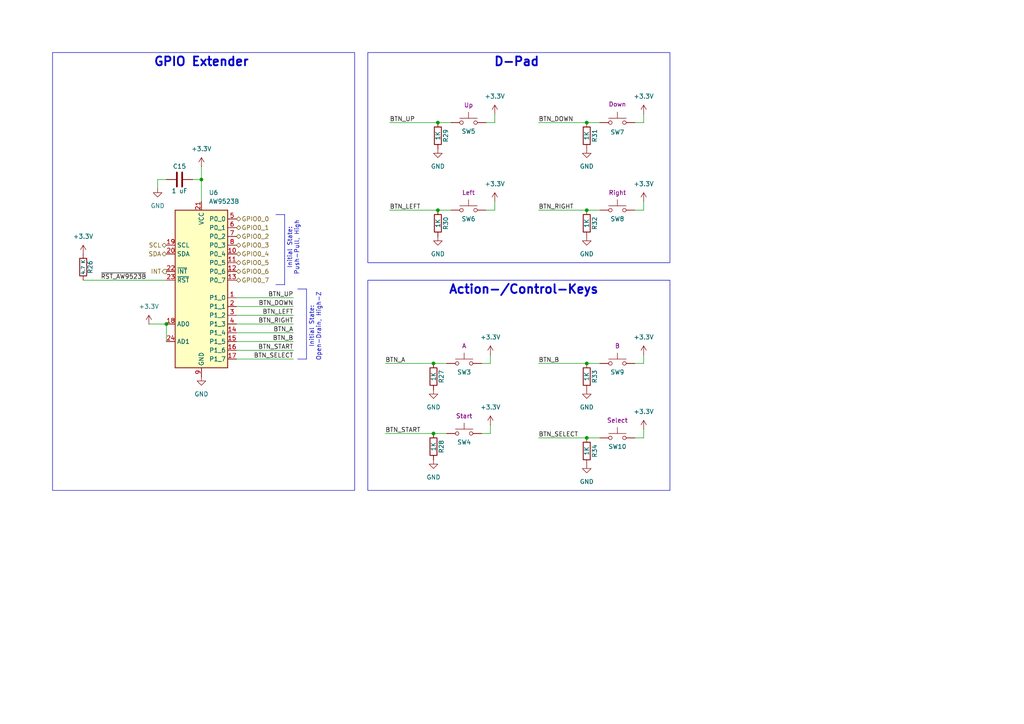
<source format=kicad_sch>
(kicad_sch (version 20250114) (generator "eeschema") (generator_version "9.0")
  (paper "A4")
  (title_block (title "Badge for RIOT Summit '25") (date "2025-08-03") (rev "0.1") (company "Marian Buschsieweke") (comment 1 "With lots of help from https://badge.team"))
  (lib_symbols
    (symbol "Device:C" (pin_numbers (hide yes)) (pin_names (offset 0.254))
      (property "Reference" "C" (at 0.635 2.54 0))
      (property "Value" "C" (at 0.635 -2.54 0))
      (symbol "C_0_1"
        (polyline (pts (xy -2.032 0.762) (xy 2.032 0.762)) (stroke (width 0.508)))
        (polyline (pts (xy -2.032 -0.762) (xy 2.032 -0.762)) (stroke (width 0.508)))
      )
      (symbol "C_1_1"
        (pin passive line (at 0 3.81 270) (length 2.794) (name "~") (number "1"))
        (pin passive line (at 0 -3.81 90) (length 2.794) (name "~") (number "2"))
      )
    )
    (symbol "Device:R" (pin_numbers (hide yes)) (pin_names (offset 0))
      (property "Reference" "R" (at 2.032 0 90))
      (property "Value" "R" (at 0 0 90))
      (symbol "R_0_1"
        (rectangle (start -1.016 -2.54) (end 1.016 2.54) (stroke (width 0.254)))
      )
      (symbol "R_1_1"
        (pin passive line (at 0 3.81 270) (length 1.27) (name "~") (number "1"))
        (pin passive line (at 0 -3.81 90) (length 1.27) (name "~") (number "2"))
      )
    )
    (symbol "Interface_Expansion:AW9523B"
      (property "Reference" "U" (at -5.08 26.67 0))
      (property "Value" "AW9523B" (at 6.35 26.67 0))
      (symbol "AW9523B_1_1"
        (rectangle (start -7.62 22.86) (end 7.62 -22.86) (stroke (width 0.254)) (fill (type background)))
        (pin input line (at -10.16 12.7 0) (length 2.54) (name "SCL") (number "19"))
        (pin bidirectional line (at -10.16 10.16 0) (length 2.54) (name "SDA") (number "20"))
        (pin open_collector line (at -10.16 5.08 0) (length 2.54) (name "~{INT}") (number "22"))
        (pin input line (at -10.16 2.54 0) (length 2.54) (name "~{RST}") (number "23"))
        (pin input line (at -10.16 -10.16 0) (length 2.54) (name "AD0") (number "18"))
        (pin input line (at -10.16 -15.24 0) (length 2.54) (name "AD1") (number "24"))
        (pin power_in line (at 0 25.4 270) (length 2.54) (name "VCC") (number "21"))
        (pin passive line (at 0 -25.4 90) (length 2.54) (hide yes) (name "GND") (number "25"))
        (pin power_in line (at 0 -25.4 90) (length 2.54) (name "GND") (number "9"))
        (pin bidirectional line (at 10.16 20.32 180) (length 2.54) (name "P0_0") (number "5"))
        (pin bidirectional line (at 10.16 17.78 180) (length 2.54) (name "P0_1") (number "6"))
        (pin bidirectional line (at 10.16 15.24 180) (length 2.54) (name "P0_2") (number "7"))
        (pin bidirectional line (at 10.16 12.7 180) (length 2.54) (name "P0_3") (number "8"))
        (pin bidirectional line (at 10.16 10.16 180) (length 2.54) (name "P0_4") (number "10"))
        (pin bidirectional line (at 10.16 7.62 180) (length 2.54) (name "P0_5") (number "11"))
        (pin bidirectional line (at 10.16 5.08 180) (length 2.54) (name "P0_6") (number "12"))
        (pin bidirectional line (at 10.16 2.54 180) (length 2.54) (name "P0_7") (number "13"))
        (pin bidirectional line (at 10.16 -2.54 180) (length 2.54) (name "P1_0") (number "1"))
        (pin bidirectional line (at 10.16 -5.08 180) (length 2.54) (name "P1_1") (number "2"))
        (pin bidirectional line (at 10.16 -7.62 180) (length 2.54) (name "P1_2") (number "3"))
        (pin bidirectional line (at 10.16 -10.16 180) (length 2.54) (name "P1_3") (number "4"))
        (pin bidirectional line (at 10.16 -12.7 180) (length 2.54) (name "P1_4") (number "14"))
        (pin bidirectional line (at 10.16 -15.24 180) (length 2.54) (name "P1_5") (number "15"))
        (pin bidirectional line (at 10.16 -17.78 180) (length 2.54) (name "P1_6") (number "16"))
        (pin bidirectional line (at 10.16 -20.32 180) (length 2.54) (name "P1_7") (number "17"))
      )
    )
    (symbol "Switch:SW_Push" (pin_numbers (hide yes)) (pin_names (offset 1.016) (hide yes))
      (property "Reference" "SW" (at 1.27 2.54 0))
      (property "Value" "SW_Push" (at 0 -1.524 0))
      (symbol "SW_Push_0_1"
        (circle (center -2.032 0) (radius 0.508))
        (polyline (pts (xy 0 1.27) (xy 0 3.048)))
        (circle (center 2.032 0) (radius 0.508))
        (polyline (pts (xy 2.54 1.27) (xy -2.54 1.27)))
        (pin passive line (at -5.08 0 0) (length 2.54) (name "1") (number "1"))
        (pin passive line (at 5.08 0 180) (length 2.54) (name "2") (number "2"))
      )
    )
    (symbol "power:+3.3V" (power) (pin_numbers (hide yes)) (pin_names (offset 0) (hide yes))
      (property "Value" "+3.3V" (at 0 3.556 0))
      (symbol "+3.3V_0_1"
        (polyline (pts (xy -0.762 1.27) (xy 0 2.54)))
        (polyline (pts (xy 0 2.54) (xy 0.762 1.27)))
        (polyline (pts (xy 0 0) (xy 0 2.54)))
      )
      (symbol "+3.3V_1_1"
        (pin power_in line (at 0 0 90) (length 0) (name "~") (number "1"))
      )
    )
    (symbol "power:GND" (power) (pin_numbers (hide yes)) (pin_names (offset 0) (hide yes))
      (property "Value" "GND" (at 0 -3.81 0))
      (symbol "GND_0_1"
        (polyline (pts (xy 0 0) (xy 0 -1.27) (xy 1.27 -1.27) (xy 0 -2.54) (xy -1.27 -1.27) (xy 0 -1.27)))
      )
      (symbol "GND_1_1"
        (pin power_in line (at 0 0 270) (length 0) (name "~") (number "1"))
      )
    )
  )
  (rectangle (start 106.68 81.28) (end 194.31 142.24))
  (rectangle (start 15.24 15.24) (end 102.87 142.24))
  (rectangle (start 106.68 15.24) (end 194.31 76.2))
  (text "Initial State:\nPush-Pull, High" (at 85.09 71.882 90) (effects (font (size 1.27 1.27))))
  (text "D-Pad" (at 149.86 18.034 0) (effects (font (size 2.54 2.54) (thickness 0.508) (bold yes))))
  (text "Action-/Control-Keys" (at 151.892 84.074 0) (effects (font (size 2.54 2.54) (thickness 0.508) (bold yes))))
  (text "GPIO Extender" (at 58.42 18.034 0) (effects (font (size 2.54 2.54) (thickness 0.508) (bold yes))))
  (text "Initial State:\nOpen-Drain, High-Z" (at 91.44 94.742 90) (effects (font (size 1.27 1.27))))
  (junction (at 125.73 105.41))
  (junction (at 170.18 105.41))
  (junction (at 170.18 35.56))
  (junction (at 170.18 60.96))
  (junction (at 125.73 125.73))
  (junction (at 127 60.96))
  (junction (at 127 35.56))
  (junction (at 48.26 93.98))
  (junction (at 170.18 127))
  (junction (at 58.42 52.07))
  (wire (pts (xy 111.76 105.41) (xy 125.73 105.41)))
  (wire (pts (xy 48.26 93.98) (xy 48.26 99.06)))
  (wire (pts (xy 186.69 127) (xy 186.69 124.46)))
  (wire (pts (xy 45.72 54.61) (xy 45.72 52.07)))
  (wire (pts (xy 143.51 60.96) (xy 143.51 58.42)))
  (polyline (pts (xy 88.9 104.14) (xy 88.9 83.82)))
  (wire (pts (xy 113.03 35.56) (xy 127 35.56)))
  (wire (pts (xy 111.76 125.73) (xy 125.73 125.73)))
  (wire (pts (xy 113.03 60.96) (xy 127 60.96)))
  (polyline (pts (xy 82.55 82.55) (xy 82.55 62.23)))
  (wire (pts (xy 45.72 52.07) (xy 48.26 52.07)))
  (wire (pts (xy 140.97 35.56) (xy 143.51 35.56)))
  (wire (pts (xy 68.58 86.36) (xy 85.09 86.36)))
  (polyline (pts (xy 86.36 104.14) (xy 88.9 104.14)))
  (wire (pts (xy 55.88 52.07) (xy 58.42 52.07)))
  (wire (pts (xy 125.73 105.41) (xy 129.54 105.41)))
  (polyline (pts (xy 80.01 62.23) (xy 82.55 62.23)))
  (wire (pts (xy 143.51 35.56) (xy 143.51 33.02)))
  (wire (pts (xy 127 35.56) (xy 130.81 35.56)))
  (wire (pts (xy 142.24 102.87) (xy 142.24 105.41)))
  (wire (pts (xy 170.18 105.41) (xy 173.99 105.41)))
  (wire (pts (xy 68.58 96.52) (xy 85.09 96.52)))
  (wire (pts (xy 125.73 125.73) (xy 129.54 125.73)))
  (wire (pts (xy 156.21 127) (xy 170.18 127)))
  (wire (pts (xy 68.58 104.14) (xy 85.09 104.14)))
  (wire (pts (xy 170.18 60.96) (xy 173.99 60.96)))
  (wire (pts (xy 170.18 127) (xy 173.99 127)))
  (wire (pts (xy 68.58 93.98) (xy 85.09 93.98)))
  (wire (pts (xy 24.13 81.28) (xy 48.26 81.28)))
  (wire (pts (xy 156.21 60.96) (xy 170.18 60.96)))
  (wire (pts (xy 184.15 60.96) (xy 186.69 60.96)))
  (wire (pts (xy 156.21 105.41) (xy 170.18 105.41)))
  (wire (pts (xy 186.69 60.96) (xy 186.69 58.42)))
  (polyline (pts (xy 80.01 82.55) (xy 82.55 82.55)))
  (wire (pts (xy 142.24 105.41) (xy 139.7 105.41)))
  (wire (pts (xy 68.58 101.6) (xy 85.09 101.6)))
  (wire (pts (xy 43.18 93.98) (xy 48.26 93.98)))
  (wire (pts (xy 186.69 102.87) (xy 186.69 105.41)))
  (wire (pts (xy 186.69 35.56) (xy 186.69 33.02)))
  (polyline (pts (xy 86.36 83.82) (xy 88.9 83.82)))
  (wire (pts (xy 142.24 125.73) (xy 142.24 123.19)))
  (wire (pts (xy 139.7 125.73) (xy 142.24 125.73)))
  (wire (pts (xy 170.18 35.56) (xy 173.99 35.56)))
  (wire (pts (xy 140.97 60.96) (xy 143.51 60.96)))
  (wire (pts (xy 184.15 35.56) (xy 186.69 35.56)))
  (wire (pts (xy 58.42 52.07) (xy 58.42 58.42)))
  (wire (pts (xy 68.58 91.44) (xy 85.09 91.44)))
  (wire (pts (xy 184.15 127) (xy 186.69 127)))
  (wire (pts (xy 58.42 48.26) (xy 58.42 52.07)))
  (wire (pts (xy 156.21 35.56) (xy 170.18 35.56)))
  (wire (pts (xy 68.58 88.9) (xy 85.09 88.9)))
  (wire (pts (xy 68.58 99.06) (xy 85.09 99.06)))
  (wire (pts (xy 186.69 105.41) (xy 184.15 105.41)))
  (wire (pts (xy 127 60.96) (xy 130.81 60.96)))
  (label "BTN_DOWN" (at 85.09 88.9 180))
  (label "BTN_START" (at 85.09 101.6 180))
  (label "BTN_UP" (at 113.03 35.56 0))
  (label "BTN_SELECT" (at 156.21 127 0))
  (label "BTN_LEFT" (at 85.09 91.44 180))
  (label "BTN_START" (at 111.76 125.73 0))
  (label "BTN_RIGHT" (at 156.21 60.96 0))
  (label "~{RST_AW9523B}" (at 29.21 81.28 0))
  (label "BTN_B" (at 156.21 105.41 0))
  (label "BTN_UP" (at 85.09 86.36 180))
  (label "BTN_A" (at 85.09 96.52 180))
  (label "BTN_SELECT" (at 85.09 104.14 180))
  (label "BTN_DOWN" (at 156.21 35.56 0))
  (label "BTN_LEFT" (at 113.03 60.96 0))
  (label "BTN_B" (at 85.09 99.06 180))
  (label "BTN_RIGHT" (at 85.09 93.98 180))
  (label "BTN_A" (at 111.76 105.41 0))
  (hierarchical_label "GPIO0_3" (shape bidirectional) (at 68.58 71.12 0))
  (hierarchical_label "GPIO0_4" (shape bidirectional) (at 68.58 73.66 0))
  (hierarchical_label "INT" (shape output) (at 48.26 78.74 180))
  (hierarchical_label "SDA" (shape bidirectional) (at 48.26 73.66 180))
  (hierarchical_label "GPIO0_2" (shape bidirectional) (at 68.58 68.58 0))
  (hierarchical_label "SCL" (shape bidirectional) (at 48.26 71.12 180))
  (hierarchical_label "GPIO0_7" (shape bidirectional) (at 68.58 81.28 0))
  (hierarchical_label "GPIO0_0" (shape bidirectional) (at 68.58 63.5 0))
  (hierarchical_label "GPIO0_1" (shape bidirectional) (at 68.58 66.04 0))
  (hierarchical_label "GPIO0_6" (shape bidirectional) (at 68.58 78.74 0))
  (hierarchical_label "GPIO0_5" (shape bidirectional) (at 68.58 76.2 0))
  (symbol (lib_id "power:GND") (at 170.18 134.62 0) (unit 1)
    (property "Reference" "#PWR052" (effects (hide yes)))
    (property "Value" "GND" (at 170.18 139.7 0))
    (property "Description" "Power symbol creates a global label with name \"GND\" , ground" (effects (hide yes)))
  )
  (symbol (lib_id "Device:R") (at 170.18 64.77 0) (unit 1)
    (property "Reference" "R32" (at 172.466 64.77 90))
    (property "Value" "1K" (at 170.18 64.77 90))
    (property "Footprint" "Resistor_SMD:R_0402_1005Metric" (effects (hide yes)))
    (property "Datasheet" "https://jlcpcb.com/api/file/downloadByFileSystemAccessId/8579705924167974912" (effects (hide yes)))
    (property "Description" "Resistor" (effects (hide yes)))
    (property "LCSC" "C11702" (effects (hide yes)))
  )
  (symbol (lib_id "power:+3.3V") (at 58.42 48.26 0) (unit 1)
    (property "Reference" "#PWR039" (effects (hide yes)))
    (property "Value" "+3.3V" (at 58.42 43.18 0))
    (property "Description" "Power symbol creates a global label with name \"+3.3V\"" (effects (hide yes)))
  )
  (symbol (lib_id "Device:R") (at 24.13 77.47 0) (unit 1)
    (property "Reference" "R26" (at 26.162 77.47 90))
    (property "Value" "4.7 K" (at 24.13 77.47 90) (effects (font (size 1.016 1.016))))
    (property "Footprint" "Resistor_SMD:R_0402_1005Metric" (effects (hide yes)))
    (property "Datasheet" "https://jlcpcb.com/api/file/downloadByFileSystemAccessId/8579705941367193600" (effects (hide yes)))
    (property "Description" "Resistor" (effects (hide yes)))
    (property "LCSC" "C25900" (effects (hide yes)))
  )
  (symbol (lib_id "power:+3.3V") (at 43.18 93.98 0) (unit 1)
    (property "Reference" "#PWR037" (effects (hide yes)))
    (property "Value" "+3.3V" (at 43.18 88.9 0))
    (property "Description" "Power symbol creates a global label with name \"+3.3V\"" (effects (hide yes)))
  )
  (symbol (lib_id "power:+3.3V") (at 186.69 58.42 0) (unit 1)
    (property "Reference" "#PWR054" (effects (hide yes)))
    (property "Value" "+3.3V" (at 186.69 53.34 0))
    (property "Description" "Power symbol creates a global label with name \"+3.3V\"" (effects (hide yes)))
  )
  (symbol (lib_id "Device:R") (at 127 39.37 0) (unit 1)
    (property "Reference" "R29" (at 129.286 39.37 90))
    (property "Value" "1K" (at 127 39.37 90))
    (property "Footprint" "Resistor_SMD:R_0402_1005Metric" (effects (hide yes)))
    (property "Datasheet" "https://jlcpcb.com/api/file/downloadByFileSystemAccessId/8579705924167974912" (effects (hide yes)))
    (property "Description" "Resistor" (effects (hide yes)))
    (property "LCSC" "C11702" (effects (hide yes)))
  )
  (symbol (lib_id "power:GND") (at 125.73 113.03 0) (unit 1)
    (property "Reference" "#PWR041" (effects (hide yes)))
    (property "Value" "GND" (at 125.73 118.11 0))
    (property "Description" "Power symbol creates a global label with name \"GND\" , ground" (effects (hide yes)))
  )
  (symbol (lib_id "power:+3.3V") (at 142.24 102.87 0) (unit 1)
    (property "Reference" "#PWR045" (effects (hide yes)))
    (property "Value" "+3.3V" (at 142.24 97.79 0))
    (property "Description" "Power symbol creates a global label with name \"+3.3V\"" (effects (hide yes)))
  )
  (symbol (lib_id "Device:C") (at 52.07 52.07 90) (unit 1)
    (property "Reference" "C15" (at 52.07 48.26 90))
    (property "Value" "1 uF" (at 52.07 55.372 90))
    (property "Footprint" "Capacitor_SMD:C_0402_1005Metric" (effects (hide yes)))
    (property "Datasheet" "https://jlcpcb.com/api/file/downloadByFileSystemAccessId/8579707174974914560" (effects (hide yes)))
    (property "Description" "Unpolarized capacitor" (effects (hide yes)))
    (property "LCSC" "C52923" (effects (hide yes)))
  )
  (symbol (lib_id "power:+3.3V") (at 24.13 73.66 0) (unit 1)
    (property "Reference" "#PWR036" (effects (hide yes)))
    (property "Value" "+3.3V" (at 24.13 68.58 0))
    (property "Description" "Power symbol creates a global label with name \"+3.3V\"" (effects (hide yes)))
  )
  (symbol (lib_id "power:GND") (at 127 68.58 0) (unit 1)
    (property "Reference" "#PWR044" (effects (hide yes)))
    (property "Value" "GND" (at 127 73.66 0))
    (property "Description" "Power symbol creates a global label with name \"GND\" , ground" (effects (hide yes)))
  )
  (symbol (lib_id "power:GND") (at 125.73 133.35 0) (unit 1)
    (property "Reference" "#PWR042" (effects (hide yes)))
    (property "Value" "GND" (at 125.73 138.43 0))
    (property "Description" "Power symbol creates a global label with name \"GND\" , ground" (effects (hide yes)))
  )
  (symbol (lib_id "power:+3.3V") (at 186.69 33.02 0) (unit 1)
    (property "Reference" "#PWR053" (effects (hide yes)))
    (property "Value" "+3.3V" (at 186.69 27.94 0))
    (property "Description" "Power symbol creates a global label with name \"+3.3V\"" (effects (hide yes)))
  )
  (symbol (lib_id "power:GND") (at 170.18 68.58 0) (unit 1)
    (property "Reference" "#PWR050" (effects (hide yes)))
    (property "Value" "GND" (at 170.18 73.66 0))
    (property "Description" "Power symbol creates a global label with name \"GND\" , ground" (effects (hide yes)))
  )
  (symbol (lib_id "power:+3.3V") (at 143.51 58.42 0) (unit 1)
    (property "Reference" "#PWR048" (effects (hide yes)))
    (property "Value" "+3.3V" (at 143.51 53.34 0))
    (property "Description" "Power symbol creates a global label with name \"+3.3V\"" (effects (hide yes)))
  )
  (symbol (lib_id "Device:R") (at 125.73 109.22 0) (unit 1)
    (property "Reference" "R27" (at 128.016 109.22 90))
    (property "Value" "1K" (at 125.73 109.22 90))
    (property "Footprint" "Resistor_SMD:R_0402_1005Metric" (effects (hide yes)))
    (property "Datasheet" "https://jlcpcb.com/api/file/downloadByFileSystemAccessId/8579705924167974912" (effects (hide yes)))
    (property "Description" "Resistor" (effects (hide yes)))
    (property "LCSC" "C11702" (effects (hide yes)))
  )
  (symbol (lib_id "power:GND") (at 170.18 113.03 0) (unit 1)
    (property "Reference" "#PWR051" (effects (hide yes)))
    (property "Value" "GND" (at 170.18 118.11 0))
    (property "Description" "Power symbol creates a global label with name \"GND\" , ground" (effects (hide yes)))
  )
  (symbol (lib_id "Device:R") (at 125.73 129.54 0) (unit 1)
    (property "Reference" "R28" (at 128.016 129.54 90))
    (property "Value" "1K" (at 125.73 129.54 90))
    (property "Footprint" "Resistor_SMD:R_0402_1005Metric" (effects (hide yes)))
    (property "Datasheet" "https://jlcpcb.com/api/file/downloadByFileSystemAccessId/8579705924167974912" (effects (hide yes)))
    (property "Description" "Resistor" (effects (hide yes)))
    (property "LCSC" "C11702" (effects (hide yes)))
  )
  (symbol (lib_id "Switch:SW_Push") (at 134.62 105.41 0) (unit 1)
    (property "Reference" "SW3" (at 134.62 107.95 0))
    (property "Value" "SW_Push" (effects (hide yes)))
    (property "Footprint" "custom:SW-SMD_4P-L5.1-W5.1-P3.70-LS6.5-TL_H1.5" (effects (hide yes)))
    (property "Datasheet" "https://jlcpcb.com/api/file/downloadByFileSystemAccessId/8550724022091735041" (effects (hide yes)))
    (property "Description" "A" (at 134.62 100.33 0))
    (property "LCSC" "C318884" (effects (hide yes)))
  )
  (symbol (lib_id "power:+3.3V") (at 142.24 123.19 0) (unit 1)
    (property "Reference" "#PWR046" (effects (hide yes)))
    (property "Value" "+3.3V" (at 142.24 118.11 0))
    (property "Description" "Power symbol creates a global label with name \"+3.3V\"" (effects (hide yes)))
  )
  (symbol (lib_id "Switch:SW_Push") (at 179.07 105.41 0) (unit 1)
    (property "Reference" "SW9" (at 179.07 107.95 0))
    (property "Value" "SW_Push" (effects (hide yes)))
    (property "Footprint" "custom:SW-SMD_4P-L5.1-W5.1-P3.70-LS6.5-TL_H1.5" (effects (hide yes)))
    (property "Datasheet" "https://jlcpcb.com/api/file/downloadByFileSystemAccessId/8550724022091735041" (effects (hide yes)))
    (property "Description" "B" (at 179.07 100.33 0))
    (property "LCSC" "C318884" (effects (hide yes)))
  )
  (symbol (lib_id "Switch:SW_Push") (at 179.07 127 0) (unit 1)
    (property "Reference" "SW10" (at 179.07 129.54 0))
    (property "Value" "SW_Push" (effects (hide yes)))
    (property "Footprint" "custom:SW-SMD_4P-L5.1-W5.1-P3.70-LS6.5-TL_H1.5" (effects (hide yes)))
    (property "Datasheet" "https://jlcpcb.com/api/file/downloadByFileSystemAccessId/8550724022091735041" (effects (hide yes)))
    (property "Description" "Select" (at 179.07 121.92 0))
    (property "LCSC" "C318884" (effects (hide yes)))
  )
  (symbol (lib_id "Switch:SW_Push") (at 134.62 125.73 0) (unit 1)
    (property "Reference" "SW4" (at 134.62 128.27 0))
    (property "Value" "SW_Push" (effects (hide yes)))
    (property "Footprint" "custom:SW-SMD_4P-L5.1-W5.1-P3.70-LS6.5-TL_H1.5" (effects (hide yes)))
    (property "Datasheet" "https://jlcpcb.com/api/file/downloadByFileSystemAccessId/8550724022091735041" (effects (hide yes)))
    (property "Description" "Start" (at 134.62 120.65 0))
    (property "LCSC" "C318884" (effects (hide yes)))
  )
  (symbol (lib_id "Switch:SW_Push") (at 179.07 35.56 0) (unit 1)
    (property "Reference" "SW7" (at 179.07 38.354 0))
    (property "Value" "SW_Push" (effects (hide yes)))
    (property "Footprint" "custom:SW-SMD_4P-L5.1-W5.1-P3.70-LS6.5-TL_H1.5" (effects (hide yes)))
    (property "Datasheet" "https://jlcpcb.com/api/file/downloadByFileSystemAccessId/8550724022091735041" (effects (hide yes)))
    (property "Description" "Down" (at 179.07 30.226 0))
    (property "LCSC" "C318884" (effects (hide yes)))
  )
  (symbol (lib_id "Device:R") (at 170.18 39.37 0) (unit 1)
    (property "Reference" "R31" (at 172.466 39.37 90))
    (property "Value" "1K" (at 170.18 39.37 90))
    (property "Footprint" "Resistor_SMD:R_0402_1005Metric" (effects (hide yes)))
    (property "Datasheet" "https://jlcpcb.com/api/file/downloadByFileSystemAccessId/8579705924167974912" (effects (hide yes)))
    (property "Description" "Resistor" (effects (hide yes)))
    (property "LCSC" "C11702" (effects (hide yes)))
  )
  (symbol (lib_id "power:+3.3V") (at 143.51 33.02 0) (unit 1)
    (property "Reference" "#PWR047" (effects (hide yes)))
    (property "Value" "+3.3V" (at 143.51 27.94 0))
    (property "Description" "Power symbol creates a global label with name \"+3.3V\"" (effects (hide yes)))
  )
  (symbol (lib_id "Device:R") (at 170.18 130.81 0) (unit 1)
    (property "Reference" "R34" (at 172.466 130.81 90))
    (property "Value" "1K" (at 170.18 130.81 90))
    (property "Footprint" "Resistor_SMD:R_0402_1005Metric" (effects (hide yes)))
    (property "Datasheet" "https://jlcpcb.com/api/file/downloadByFileSystemAccessId/8579705924167974912" (effects (hide yes)))
    (property "Description" "Resistor" (effects (hide yes)))
    (property "LCSC" "C11702" (effects (hide yes)))
  )
  (symbol (lib_id "Switch:SW_Push") (at 135.89 60.96 0) (unit 1)
    (property "Reference" "SW6" (at 135.89 63.5 0))
    (property "Value" "SW_Push" (effects (hide yes)))
    (property "Footprint" "custom:SW-SMD_4P-L5.1-W5.1-P3.70-LS6.5-TL_H1.5" (effects (hide yes)))
    (property "Datasheet" "https://jlcpcb.com/api/file/downloadByFileSystemAccessId/8550724022091735041" (effects (hide yes)))
    (property "Description" "Left" (at 135.89 55.88 0))
    (property "LCSC" "C318884" (effects (hide yes)))
  )
  (symbol (lib_id "power:+3.3V") (at 186.69 124.46 0) (unit 1)
    (property "Reference" "#PWR056" (effects (hide yes)))
    (property "Value" "+3.3V" (at 186.69 119.38 0))
    (property "Description" "Power symbol creates a global label with name \"+3.3V\"" (effects (hide yes)))
  )
  (symbol (lib_id "power:GND") (at 45.72 54.61 0) (unit 1)
    (property "Reference" "#PWR038" (effects (hide yes)))
    (property "Value" "GND" (at 45.72 59.69 0))
    (property "Description" "Power symbol creates a global label with name \"GND\" , ground" (effects (hide yes)))
  )
  (symbol (lib_id "Interface_Expansion:AW9523B") (at 58.42 83.82 0) (unit 1)
    (property "Reference" "U6" (at 60.5633 55.88 0) (effects (justify left)))
    (property "Value" "AW9523B" (at 60.5633 58.42 0) (effects (justify left)))
    (property "Footprint" "Package_DFN_QFN:QFN-24-1EP_4x4mm_P0.5mm_EP2.7x2.7mm" (effects (hide yes)))
    (property "Datasheet" "https://cdn-shop.adafruit.com/product-files/4886/AW9523+English+Datasheet.pdf" (effects (hide yes)))
    (property "Description" "16 multi-function led driver and gpio controller with i2c interface" (effects (hide yes)))
  )
  (symbol (lib_id "power:GND") (at 58.42 109.22 0) (unit 1)
    (property "Reference" "#PWR040" (effects (hide yes)))
    (property "Value" "GND" (at 58.42 114.3 0))
    (property "Description" "Power symbol creates a global label with name \"GND\" , ground" (effects (hide yes)))
  )
  (symbol (lib_id "power:+3.3V") (at 186.69 102.87 0) (unit 1)
    (property "Reference" "#PWR055" (effects (hide yes)))
    (property "Value" "+3.3V" (at 186.69 97.79 0))
    (property "Description" "Power symbol creates a global label with name \"+3.3V\"" (effects (hide yes)))
  )
  (symbol (lib_id "Device:R") (at 170.18 109.22 0) (unit 1)
    (property "Reference" "R33" (at 172.466 109.22 90))
    (property "Value" "1K" (at 170.18 109.22 90))
    (property "Footprint" "Resistor_SMD:R_0402_1005Metric" (effects (hide yes)))
    (property "Datasheet" "https://jlcpcb.com/api/file/downloadByFileSystemAccessId/8579705924167974912" (effects (hide yes)))
    (property "Description" "Resistor" (effects (hide yes)))
    (property "LCSC" "C11702" (effects (hide yes)))
  )
  (symbol (lib_id "power:GND") (at 127 43.18 0) (unit 1)
    (property "Reference" "#PWR043" (effects (hide yes)))
    (property "Value" "GND" (at 127 48.26 0))
    (property "Description" "Power symbol creates a global label with name \"GND\" , ground" (effects (hide yes)))
  )
  (symbol (lib_id "Switch:SW_Push") (at 135.89 35.56 0) (unit 1)
    (property "Reference" "SW5" (at 135.89 38.1 0))
    (property "Value" "SW_Push" (effects (hide yes)))
    (property "Footprint" "custom:SW-SMD_4P-L5.1-W5.1-P3.70-LS6.5-TL_H1.5" (effects (hide yes)))
    (property "Datasheet" "https://jlcpcb.com/api/file/downloadByFileSystemAccessId/8550724022091735041" (effects (hide yes)))
    (property "Description" "Up" (at 135.89 30.48 0))
    (property "LCSC" "C318884" (effects (hide yes)))
  )
  (symbol (lib_id "power:GND") (at 170.18 43.18 0) (unit 1)
    (property "Reference" "#PWR049" (effects (hide yes)))
    (property "Value" "GND" (at 170.18 48.26 0))
    (property "Description" "Power symbol creates a global label with name \"GND\" , ground" (effects (hide yes)))
  )
  (symbol (lib_id "Switch:SW_Push") (at 179.07 60.96 0) (unit 1)
    (property "Reference" "SW8" (at 179.07 63.5 0))
    (property "Value" "SW_Push" (effects (hide yes)))
    (property "Footprint" "custom:SW-SMD_4P-L5.1-W5.1-P3.70-LS6.5-TL_H1.5" (effects (hide yes)))
    (property "Datasheet" "https://jlcpcb.com/api/file/downloadByFileSystemAccessId/8550724022091735041" (effects (hide yes)))
    (property "Description" "Right" (at 179.07 55.88 0))
    (property "LCSC" "C318884" (effects (hide yes)))
  )
  (symbol (lib_id "Device:R") (at 127 64.77 0) (unit 1)
    (property "Reference" "R30" (at 129.286 64.77 90))
    (property "Value" "1K" (at 127 64.77 90))
    (property "Footprint" "Resistor_SMD:R_0402_1005Metric" (effects (hide yes)))
    (property "Datasheet" "https://jlcpcb.com/api/file/downloadByFileSystemAccessId/8579705924167974912" (effects (hide yes)))
    (property "Description" "Resistor" (effects (hide yes)))
    (property "LCSC" "C11702" (effects (hide yes)))
  )
)
</source>
